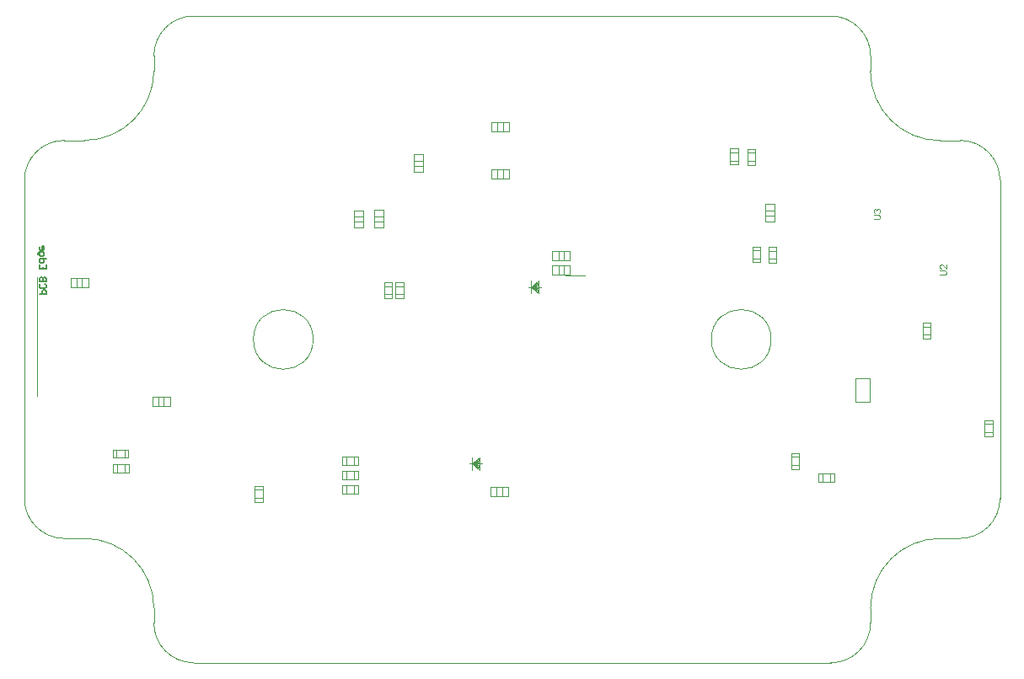
<source format=gm1>
G04*
G04 #@! TF.GenerationSoftware,Altium Limited,Altium Designer,21.6.1 (37)*
G04*
G04 Layer_Color=16711935*
%FSLAX44Y44*%
%MOMM*%
G71*
G04*
G04 #@! TF.SameCoordinates,1A0BCF72-60D2-4BA0-9B7A-98A30DA12748*
G04*
G04*
G04 #@! TF.FilePolarity,Positive*
G04*
G01*
G75*
%ADD12C,0.1000*%
%ADD148C,0.0127*%
%ADD149C,0.0254*%
%ADD150C,0.1500*%
D12*
X12788Y268386D02*
Y387386D01*
X853188Y445770D02*
X858478D01*
X859536Y446828D01*
Y448944D01*
X858478Y450002D01*
X853188D01*
X854246Y452118D02*
X853188Y453176D01*
Y455292D01*
X854246Y456350D01*
X855304D01*
X856362Y455292D01*
Y454234D01*
Y455292D01*
X857420Y456350D01*
X858478D01*
X859536Y455292D01*
Y453176D01*
X858478Y452118D01*
X919736Y389890D02*
X925026D01*
X926084Y390948D01*
Y393064D01*
X925026Y394122D01*
X919736D01*
X926084Y400470D02*
Y396238D01*
X921852Y400470D01*
X920794D01*
X919736Y399412D01*
Y397296D01*
X920794Y396238D01*
D148*
X750063Y325064D02*
G03*
X750063Y325064I-30000J0D01*
G01*
X290063D02*
G03*
X290063Y325064I-30000J0D01*
G01*
X850063Y610064D02*
G03*
X810063Y650063I-40000J0D01*
G01*
X170063D02*
G03*
X130063Y610064I0J-40000D01*
G01*
X60064Y525064D02*
G03*
X130063Y595064I0J70000D01*
G01*
X40064Y525064D02*
G03*
X63Y485064I-0J-40000D01*
G01*
Y165063D02*
G03*
X40064Y125063I40000J0D01*
G01*
X130063Y55064D02*
G03*
X60064Y125063I-70000J-0D01*
G01*
X130063Y40064D02*
G03*
X170063Y63I40000J-0D01*
G01*
X810063D02*
G03*
X850063Y40064I-0J40000D01*
G01*
X920063Y125063D02*
G03*
X850063Y55064I0J-70000D01*
G01*
X940063Y125063D02*
G03*
X980064Y165063I0J40000D01*
G01*
Y485064D02*
G03*
X940063Y525064I-40000J-0D01*
G01*
X849884Y594868D02*
G03*
X919884Y524868I70000J0D01*
G01*
X750063Y325064D02*
G03*
X750063Y325064I-30000J0D01*
G01*
X290063D02*
G03*
X290063Y325064I-30000J0D01*
G01*
X939868Y524868D02*
X940063Y525064D01*
X919884Y524868D02*
X939868D01*
X170063Y650063D02*
X810063D01*
X130063Y595064D02*
Y610064D01*
X40064Y525064D02*
X60064D01*
X63Y165063D02*
Y485064D01*
X40064Y125063D02*
X60064D01*
X130063Y40064D02*
Y55064D01*
X170063Y63D02*
X810063D01*
X850063Y40064D02*
Y55064D01*
X920063Y125063D02*
X940063D01*
X980063Y165063D02*
Y485064D01*
X543382Y389381D02*
X563382D01*
X850063Y595064D02*
Y610064D01*
D149*
X964502Y243966D02*
X972502D01*
Y227966D02*
Y243966D01*
X964502Y227966D02*
X972502D01*
X964502D02*
Y243966D01*
X972502Y227966D02*
Y231966D01*
X964502Y227966D02*
X972502D01*
X964502D02*
Y231966D01*
X972502D01*
X964502Y239966D02*
Y243966D01*
X972502D01*
Y239966D02*
Y243966D01*
X964502Y239966D02*
X972502D01*
X834517Y262509D02*
X849503D01*
X834517D02*
Y285623D01*
X849503D01*
Y262509D02*
Y285623D01*
X319152Y199200D02*
Y207200D01*
X335152D01*
Y199200D02*
Y207200D01*
X319152Y199200D02*
X335152D01*
X331152Y207200D02*
X335152D01*
Y199200D02*
Y207200D01*
X331152Y199200D02*
X335152D01*
X331152D02*
Y207200D01*
X319152Y199200D02*
X323152D01*
X319152D02*
Y207200D01*
X323152D01*
Y199200D02*
Y207200D01*
X319152Y184722D02*
Y192722D01*
X335152D01*
Y184722D02*
Y192722D01*
X319152Y184722D02*
X335152D01*
X331152Y192722D02*
X335152D01*
Y184722D02*
Y192722D01*
X331152Y184722D02*
X335152D01*
X331152D02*
Y192722D01*
X319152Y184722D02*
X323152D01*
X319152D02*
Y192722D01*
X323152D01*
Y184722D02*
Y192722D01*
X319152Y170244D02*
Y178244D01*
X335152D01*
Y170244D02*
Y178244D01*
X319152Y170244D02*
X335152D01*
X331152Y178244D02*
X335152D01*
Y170244D02*
Y178244D01*
X331152Y170244D02*
X335152D01*
X331152D02*
Y178244D01*
X319152Y170244D02*
X323152D01*
X319152D02*
Y178244D01*
X323152D01*
Y170244D02*
Y178244D01*
X372682Y370650D02*
X380682D01*
X372682Y366650D02*
Y370650D01*
Y366650D02*
X380682D01*
Y370650D01*
X372682Y378650D02*
X380682D01*
Y382650D01*
X372682D02*
X380682D01*
X372682Y378650D02*
Y382650D01*
X380682Y366650D02*
Y382650D01*
X372682D02*
X380682D01*
X372682Y366650D02*
Y382650D01*
Y366650D02*
X380682D01*
X770446Y198946D02*
X778446D01*
X770446Y194946D02*
Y198946D01*
Y194946D02*
X778446D01*
Y198946D01*
X770446Y206946D02*
X778446D01*
Y210946D01*
X770446D02*
X778446D01*
X770446Y206946D02*
Y210946D01*
X778446Y194946D02*
Y210946D01*
X770446D02*
X778446D01*
X770446Y194946D02*
Y210946D01*
Y194946D02*
X778446D01*
X361252Y370396D02*
X369252D01*
X361252Y366396D02*
Y370396D01*
Y366396D02*
X369252D01*
Y370396D01*
X361252Y378396D02*
X369252D01*
Y382396D01*
X361252D02*
X369252D01*
X361252Y378396D02*
Y382396D01*
X369252Y366396D02*
Y382396D01*
X361252D02*
X369252D01*
X361252Y366396D02*
Y382396D01*
Y366396D02*
X369252D01*
X447284Y200406D02*
X459984D01*
X449824Y194056D02*
Y206756D01*
Y200406D02*
X457444Y206756D01*
X449824Y200406D02*
X457444Y205486D01*
X449824Y200406D02*
X457444Y204216D01*
X449824Y200406D02*
X457444Y202946D01*
X449824Y200406D02*
X457444Y201676D01*
X449824Y200406D02*
X457444Y194056D01*
X449824Y200406D02*
X457444Y195326D01*
X449824Y200406D02*
X457444Y196596D01*
X449824Y200406D02*
X457444Y197866D01*
X449824Y200406D02*
X457444Y199136D01*
Y194056D02*
Y206756D01*
X506466Y377698D02*
X519166D01*
X509006Y371348D02*
Y384048D01*
Y377698D02*
X516626Y384048D01*
X509006Y377698D02*
X516626Y382778D01*
X509006Y377698D02*
X516626Y381508D01*
X509006Y377698D02*
X516626Y380238D01*
X509006Y377698D02*
X516626Y378968D01*
X509006Y377698D02*
X516626Y371348D01*
X509006Y377698D02*
X516626Y372618D01*
X509006Y377698D02*
X516626Y373888D01*
X509006Y377698D02*
X516626Y375158D01*
X509006Y377698D02*
X516626Y376428D01*
Y371348D02*
Y384048D01*
X391541Y499491D02*
X400939D01*
X391541Y493395D02*
Y499491D01*
Y493395D02*
X400939D01*
Y499491D01*
X391541Y504825D02*
X400939D01*
Y510921D01*
X391541D02*
X400939D01*
X391541Y504825D02*
Y510921D01*
X400939Y493395D02*
Y510921D01*
X391541D02*
X400939D01*
X391541Y493395D02*
Y510921D01*
Y493395D02*
X400939D01*
X480695Y486283D02*
Y495681D01*
Y486283D02*
X486791D01*
Y495681D01*
X480695D02*
X486791D01*
X475361Y486283D02*
Y495681D01*
X469265D02*
X475361D01*
X469265Y486283D02*
Y495681D01*
Y486283D02*
X475361D01*
X469265Y495681D02*
X486791D01*
X469265Y486283D02*
Y495681D01*
Y486283D02*
X486791D01*
Y495681D01*
X480695Y534289D02*
Y543687D01*
Y534289D02*
X486791D01*
Y543687D01*
X480695D02*
X486791D01*
X475361Y534289D02*
Y543687D01*
X469265D02*
X475361D01*
X469265Y534289D02*
Y543687D01*
Y534289D02*
X475361D01*
X469265Y543687D02*
X486791D01*
X469265Y534289D02*
Y543687D01*
Y534289D02*
X486791D01*
Y543687D01*
X52705Y377571D02*
Y386969D01*
X46609Y377571D02*
X52705D01*
X46609D02*
Y386969D01*
X52705D01*
X58039Y377571D02*
Y386969D01*
X64135D01*
Y377571D02*
Y386969D01*
X58039Y377571D02*
X64135D01*
X46609Y386969D02*
X64135D01*
Y377571D02*
Y386969D01*
X46609Y377571D02*
X64135D01*
X46609D02*
Y386969D01*
X541909Y390017D02*
Y399415D01*
Y390017D02*
X548005D01*
Y399415D01*
X541909D02*
X548005D01*
X536575Y390017D02*
Y399415D01*
X530479D02*
X536575D01*
X530479Y390017D02*
Y399415D01*
Y390017D02*
X536575D01*
X530479Y399415D02*
X548005D01*
X530479Y390017D02*
Y399415D01*
Y390017D02*
X548005D01*
Y399415D01*
X541909Y404749D02*
Y414147D01*
Y404749D02*
X548005D01*
Y414147D01*
X541909D02*
X548005D01*
X536575Y404749D02*
Y414147D01*
X530479D02*
X536575D01*
X530479Y404749D02*
Y414147D01*
Y404749D02*
X536575D01*
X530479Y414147D02*
X548005D01*
X530479Y404749D02*
Y414147D01*
Y404749D02*
X548005D01*
Y414147D01*
X479933Y167259D02*
Y176657D01*
Y167259D02*
X486029D01*
Y176657D01*
X479933D02*
X486029D01*
X474599Y167259D02*
Y176657D01*
X468503D02*
X474599D01*
X468503Y167259D02*
Y176657D01*
Y167259D02*
X474599D01*
X468503Y176657D02*
X486029D01*
X468503Y167259D02*
Y176657D01*
Y167259D02*
X486029D01*
Y176657D01*
X744347Y449453D02*
X753745D01*
X744347Y443357D02*
Y449453D01*
Y443357D02*
X753745D01*
Y449453D01*
X744347Y454787D02*
X753745D01*
Y460883D01*
X744347D02*
X753745D01*
X744347Y454787D02*
Y460883D01*
X753745Y443357D02*
Y460883D01*
X744347D02*
X753745D01*
X744347Y443357D02*
Y460883D01*
Y443357D02*
X753745D01*
X351409Y443611D02*
X360807D01*
X351409Y437515D02*
Y443611D01*
Y437515D02*
X360807D01*
Y443611D01*
X351409Y448945D02*
X360807D01*
Y455041D01*
X351409D02*
X360807D01*
X351409Y448945D02*
Y455041D01*
X360807Y437515D02*
Y455041D01*
X351409D02*
X360807D01*
X351409Y437515D02*
Y455041D01*
Y437515D02*
X360807D01*
X330835Y448691D02*
X340233D01*
Y454787D01*
X330835D02*
X340233D01*
X330835Y448691D02*
Y454787D01*
Y443357D02*
X340233D01*
X330835Y437261D02*
Y443357D01*
Y437261D02*
X340233D01*
Y443357D01*
X330835Y437261D02*
Y454787D01*
Y437261D02*
X340233D01*
Y454787D01*
X330835D02*
X340233D01*
X140081Y257683D02*
Y267081D01*
Y257683D02*
X146177D01*
Y267081D01*
X140081D02*
X146177D01*
X134747Y257683D02*
Y267081D01*
X128651D02*
X134747D01*
X128651Y257683D02*
Y267081D01*
Y257683D02*
X134747D01*
X128651Y267081D02*
X146177D01*
X128651Y257683D02*
Y267081D01*
Y257683D02*
X146177D01*
Y267081D01*
X902272Y326010D02*
X910272D01*
X902272D02*
Y342010D01*
X910272D01*
Y326010D02*
Y342010D01*
X902272Y338010D02*
Y342010D01*
X910272D01*
Y338010D02*
Y342010D01*
X902272Y338010D02*
X910272D01*
Y326010D02*
Y330010D01*
X902272Y326010D02*
X910272D01*
X902272D02*
Y330010D01*
X910272D01*
X809688Y182182D02*
Y190182D01*
Y182182D02*
X813688D01*
Y190182D01*
X809688D02*
X813688D01*
X801688Y182182D02*
Y190182D01*
X797688D02*
X801688D01*
X797688Y182182D02*
Y190182D01*
Y182182D02*
X801688D01*
X797688Y190182D02*
X813688D01*
X797688Y182182D02*
Y190182D01*
Y182182D02*
X813688D01*
Y190182D01*
X726504Y516508D02*
X734504D01*
Y500508D02*
Y516508D01*
X726504Y500508D02*
X734504D01*
X726504D02*
Y516508D01*
X734504Y500508D02*
Y504508D01*
X726504Y500508D02*
X734504D01*
X726504D02*
Y504508D01*
X734504D01*
X726504Y512508D02*
Y516508D01*
X734504D01*
Y512508D02*
Y516508D01*
X726504Y512508D02*
X734504D01*
X708978Y504762D02*
X716978D01*
X708978Y500762D02*
Y504762D01*
Y500762D02*
X716978D01*
Y504762D01*
X708978Y512762D02*
X716978D01*
Y516762D01*
X708978D02*
X716978D01*
X708978Y512762D02*
Y516762D01*
X716978Y500762D02*
Y516762D01*
X708978D02*
X716978D01*
X708978Y500762D02*
Y516762D01*
Y500762D02*
X716978D01*
X747332Y418210D02*
X755332D01*
Y402210D02*
Y418210D01*
X747332Y402210D02*
X755332D01*
X747332D02*
Y418210D01*
X755332Y402210D02*
Y406210D01*
X747332Y402210D02*
X755332D01*
X747332D02*
Y406210D01*
X755332D01*
X747332Y414210D02*
Y418210D01*
X755332D01*
Y414210D02*
Y418210D01*
X747332Y414210D02*
X755332D01*
X731584Y406464D02*
X739584D01*
X731584Y402464D02*
Y406464D01*
Y402464D02*
X739584D01*
Y406464D01*
X731584Y414464D02*
X739584D01*
Y418464D01*
X731584D02*
X739584D01*
X731584Y414464D02*
Y418464D01*
X739584Y402464D02*
Y418464D01*
X731584D02*
X739584D01*
X731584Y402464D02*
Y418464D01*
Y402464D02*
X739584D01*
X88520Y206058D02*
Y214058D01*
X104520D01*
Y206058D02*
Y214058D01*
X88520Y206058D02*
X104520D01*
X100520Y214058D02*
X104520D01*
Y206058D02*
Y214058D01*
X100520Y206058D02*
X104520D01*
X100520D02*
Y214058D01*
X88520Y206058D02*
X92520D01*
X88520D02*
Y214058D01*
X92520D01*
Y206058D02*
Y214058D01*
X231458Y177926D02*
X239458D01*
Y161926D02*
Y177926D01*
X231458Y161926D02*
X239458D01*
X231458D02*
Y177926D01*
X239458Y161926D02*
Y165926D01*
X231458Y161926D02*
X239458D01*
X231458D02*
Y165926D01*
X239458D01*
X231458Y173926D02*
Y177926D01*
X239458D01*
Y173926D02*
Y177926D01*
X231458Y173926D02*
X239458D01*
X89028Y191580D02*
Y199580D01*
X105028D01*
Y191580D02*
Y199580D01*
X89028Y191580D02*
X105028D01*
X101028Y199580D02*
X105028D01*
Y191580D02*
Y199580D01*
X101028Y191580D02*
X105028D01*
X101028D02*
Y199580D01*
X89028Y191580D02*
X93028D01*
X89028D02*
Y199580D01*
X93028D01*
Y191580D02*
Y199580D01*
D150*
X15388Y370386D02*
X21736D01*
Y373560D01*
X20678Y374618D01*
X18562D01*
X17504Y373560D01*
Y370386D01*
X20678Y380966D02*
X21736Y379908D01*
Y377792D01*
X20678Y376734D01*
X16446D01*
X15388Y377792D01*
Y379908D01*
X16446Y380966D01*
X21736Y383082D02*
X15388D01*
Y386256D01*
X16446Y387314D01*
X17504D01*
X18562Y386256D01*
Y383082D01*
Y386256D01*
X19620Y387314D01*
X20678D01*
X21736Y386256D01*
Y383082D01*
Y400010D02*
Y395778D01*
X15388D01*
Y400010D01*
X18562Y395778D02*
Y397894D01*
X21736Y406358D02*
X15388D01*
Y403184D01*
X16446Y402126D01*
X18562D01*
X19620Y403184D01*
Y406358D01*
X13272Y410590D02*
Y411648D01*
X14330Y412706D01*
X19620D01*
Y409532D01*
X18562Y408474D01*
X16446D01*
X15388Y409532D01*
Y412706D01*
Y417996D02*
Y415880D01*
X16446Y414822D01*
X18562D01*
X19620Y415880D01*
Y417996D01*
X18562Y419054D01*
X17504D01*
Y414822D01*
M02*

</source>
